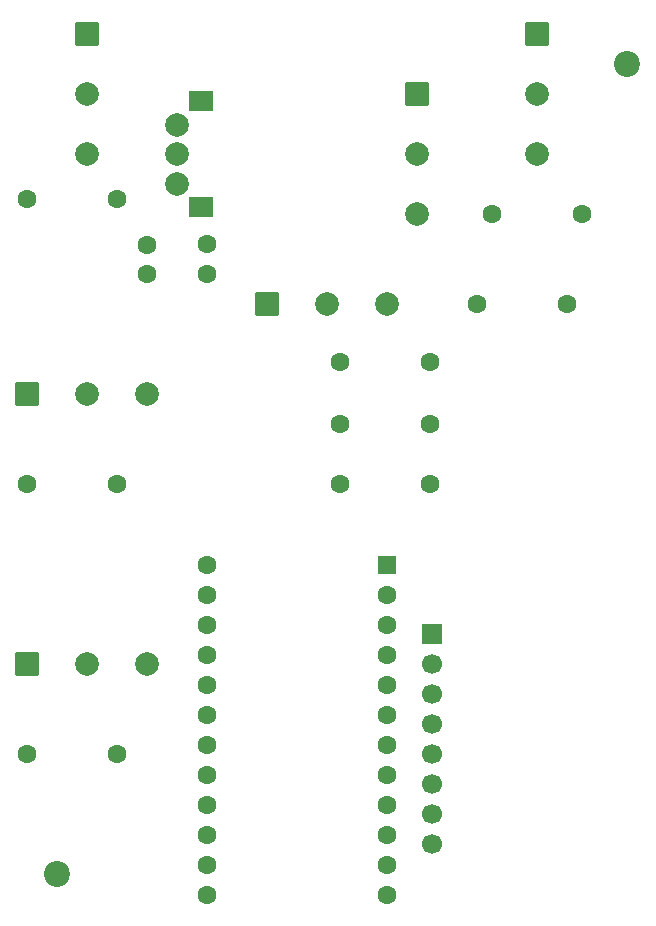
<source format=gbr>
%TF.GenerationSoftware,KiCad,Pcbnew,9.0.1*%
%TF.CreationDate,2026-01-07T21:00:54-05:00*%
%TF.ProjectId,mouse-micro,6d6f7573-652d-46d6-9963-726f2e6b6963,rev?*%
%TF.SameCoordinates,Original*%
%TF.FileFunction,Soldermask,Top*%
%TF.FilePolarity,Negative*%
%FSLAX46Y46*%
G04 Gerber Fmt 4.6, Leading zero omitted, Abs format (unit mm)*
G04 Created by KiCad (PCBNEW 9.0.1) date 2026-01-07 21:00:54*
%MOMM*%
%LPD*%
G01*
G04 APERTURE LIST*
G04 Aperture macros list*
%AMRoundRect*
0 Rectangle with rounded corners*
0 $1 Rounding radius*
0 $2 $3 $4 $5 $6 $7 $8 $9 X,Y pos of 4 corners*
0 Add a 4 corners polygon primitive as box body*
4,1,4,$2,$3,$4,$5,$6,$7,$8,$9,$2,$3,0*
0 Add four circle primitives for the rounded corners*
1,1,$1+$1,$2,$3*
1,1,$1+$1,$4,$5*
1,1,$1+$1,$6,$7*
1,1,$1+$1,$8,$9*
0 Add four rect primitives between the rounded corners*
20,1,$1+$1,$2,$3,$4,$5,0*
20,1,$1+$1,$4,$5,$6,$7,0*
20,1,$1+$1,$6,$7,$8,$9,0*
20,1,$1+$1,$8,$9,$2,$3,0*%
G04 Aperture macros list end*
%ADD10C,1.600000*%
%ADD11C,1.700000*%
%ADD12R,1.700000X1.700000*%
%ADD13R,1.600000X1.600000*%
%ADD14RoundRect,0.102000X-0.900000X-0.900000X0.900000X-0.900000X0.900000X0.900000X-0.900000X0.900000X0*%
%ADD15C,2.004000*%
%ADD16RoundRect,0.102000X-0.900000X0.900000X-0.900000X-0.900000X0.900000X-0.900000X0.900000X0.900000X0*%
%ADD17C,2.006600*%
%ADD18R,2.006600X1.803400*%
%ADD19C,2.200000*%
G04 APERTURE END LIST*
D10*
%TO.C,C2*%
X127000000Y-71080000D03*
X127000000Y-68580000D03*
%TD*%
D11*
%TO.C,Sensor1*%
X146050000Y-119380000D03*
X146050000Y-116840000D03*
X146050000Y-114300000D03*
X146050000Y-111760000D03*
X146050000Y-109220000D03*
X146050000Y-106680000D03*
X146050000Y-104140000D03*
D12*
X146050000Y-101600000D03*
%TD*%
D10*
%TO.C,U1*%
X127000000Y-95706087D03*
X127000000Y-98246087D03*
X127000000Y-100786087D03*
X127000000Y-103326087D03*
X127000000Y-105866087D03*
X127000000Y-108406087D03*
X127000000Y-110946087D03*
X127000000Y-113486087D03*
X127000000Y-116026087D03*
X127000000Y-118566087D03*
X127000000Y-121106087D03*
X127000000Y-123646087D03*
X142240000Y-123646087D03*
X142240000Y-121106087D03*
X142240000Y-118566087D03*
X142240000Y-116026087D03*
X142240000Y-113486087D03*
X142240000Y-110946087D03*
X142240000Y-108406087D03*
X142240000Y-105866087D03*
X142240000Y-103326087D03*
X142240000Y-100786087D03*
X142240000Y-98246087D03*
D13*
X142240000Y-95706087D03*
%TD*%
D14*
%TO.C,SW6*%
X111760000Y-104140000D03*
D15*
X116840000Y-104140000D03*
X121920000Y-104140000D03*
%TD*%
D16*
%TO.C,SW3*%
X144780000Y-55880000D03*
D15*
X144780000Y-60960000D03*
X144780000Y-66040000D03*
%TD*%
D10*
%TO.C,R8*%
X138190000Y-83820000D03*
X145810000Y-83820000D03*
%TD*%
D16*
%TO.C,SW2*%
X116840000Y-50800000D03*
D15*
X116840000Y-55880000D03*
X116840000Y-60960000D03*
%TD*%
D10*
%TO.C,R3*%
X157480000Y-73660000D03*
X149860000Y-73660000D03*
%TD*%
%TO.C,R4*%
X145800000Y-78600000D03*
X138180000Y-78600000D03*
%TD*%
D14*
%TO.C,SW5*%
X111760000Y-81280000D03*
D15*
X116840000Y-81280000D03*
X121920000Y-81280000D03*
%TD*%
D14*
%TO.C,SW4*%
X132080000Y-73660000D03*
D15*
X137160000Y-73660000D03*
X142240000Y-73660000D03*
%TD*%
D17*
%TO.C,J1*%
X124460000Y-63460000D03*
X124460000Y-60960000D03*
X124460000Y-58460000D03*
D18*
X126460001Y-65459999D03*
X126460001Y-56460001D03*
%TD*%
D10*
%TO.C,R6*%
X119380000Y-111760000D03*
X111760000Y-111760000D03*
%TD*%
D16*
%TO.C,SW1*%
X154940000Y-50800000D03*
D15*
X154940000Y-55880000D03*
X154940000Y-60960000D03*
%TD*%
D19*
%TO.C,REF\u002A\u002A*%
X162560000Y-53340000D03*
%TD*%
%TO.C,REF\u002A\u002A*%
X114300000Y-121920000D03*
%TD*%
D10*
%TO.C,R5*%
X119380000Y-88900000D03*
X111760000Y-88900000D03*
%TD*%
%TO.C,R7*%
X138190000Y-88900000D03*
X145810000Y-88900000D03*
%TD*%
%TO.C,R2*%
X119380000Y-64770000D03*
X111760000Y-64770000D03*
%TD*%
%TO.C,C1*%
X121920000Y-68620000D03*
X121920000Y-71120000D03*
%TD*%
%TO.C,R1*%
X158750000Y-66040000D03*
X151130000Y-66040000D03*
%TD*%
M02*

</source>
